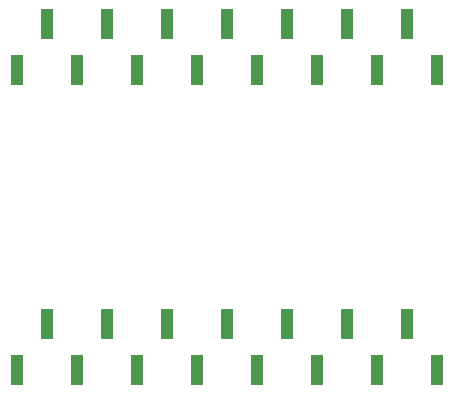
<source format=gtp>
G04*
G04 #@! TF.GenerationSoftware,Altium Limited,Altium Designer,21.4.1 (30)*
G04*
G04 Layer_Color=8421504*
%FSLAX44Y44*%
%MOMM*%
G71*
G04*
G04 #@! TF.SameCoordinates,02D7BDB2-D434-4152-92C4-171F5B89420C*
G04*
G04*
G04 #@! TF.FilePolarity,Positive*
G04*
G01*
G75*
%ADD11R,1.0200X2.5000*%
D11*
X458243Y329277D02*
D03*
X407443D02*
D03*
X356643D02*
D03*
X305843D02*
D03*
X255043D02*
D03*
X204243D02*
D03*
X153443D02*
D03*
X483643Y290277D02*
D03*
X432843D02*
D03*
X382043D02*
D03*
X331243D02*
D03*
X280443D02*
D03*
X229643D02*
D03*
X178843D02*
D03*
X128043D02*
D03*
X458243Y75277D02*
D03*
X407443D02*
D03*
X356643D02*
D03*
X305843D02*
D03*
X255043D02*
D03*
X204243D02*
D03*
X153443D02*
D03*
X483643Y36277D02*
D03*
X432843D02*
D03*
X382043D02*
D03*
X331243D02*
D03*
X280443D02*
D03*
X229643D02*
D03*
X178843D02*
D03*
X128043D02*
D03*
M02*

</source>
